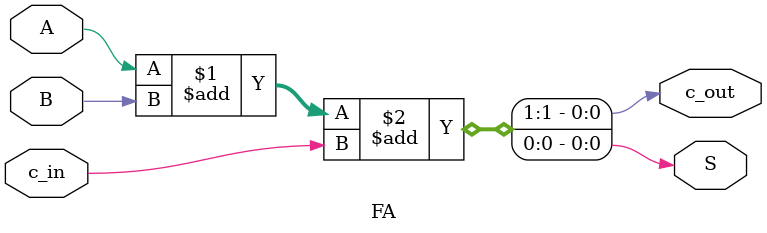
<source format=v>
`timescale 1ns / 1ps


module FA( 
    input A, B, c_in,
    output S, c_out
    );
    assign #5 {c_out, S} = A + B + c_in;
endmodule

</source>
